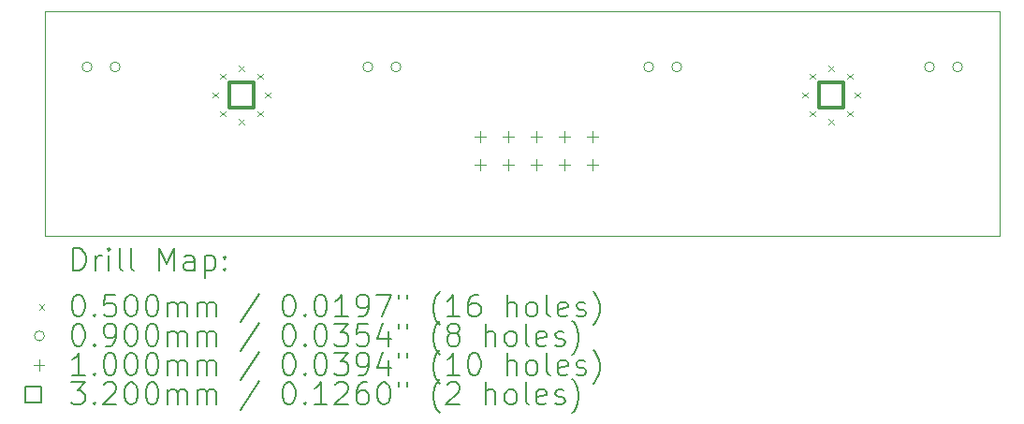
<source format=gbr>
%TF.GenerationSoftware,KiCad,Pcbnew,7.0.6*%
%TF.CreationDate,2023-11-23T12:57:32+01:00*%
%TF.ProjectId,ledpanel,6c656470-616e-4656-9c2e-6b696361645f,1*%
%TF.SameCoordinates,Original*%
%TF.FileFunction,Drillmap*%
%TF.FilePolarity,Positive*%
%FSLAX45Y45*%
G04 Gerber Fmt 4.5, Leading zero omitted, Abs format (unit mm)*
G04 Created by KiCad (PCBNEW 7.0.6) date 2023-11-23 12:57:32*
%MOMM*%
%LPD*%
G01*
G04 APERTURE LIST*
%ADD10C,0.100000*%
%ADD11C,0.200000*%
%ADD12C,0.050000*%
%ADD13C,0.090000*%
%ADD14C,0.320000*%
G04 APERTURE END LIST*
D10*
X10160000Y-9398000D02*
X18796000Y-9398000D01*
X18796000Y-11430000D01*
X10160000Y-11430000D01*
X10160000Y-9398000D01*
D11*
D12*
X11673000Y-10135000D02*
X11723000Y-10185000D01*
X11723000Y-10135000D02*
X11673000Y-10185000D01*
X11743294Y-9965294D02*
X11793294Y-10015294D01*
X11793294Y-9965294D02*
X11743294Y-10015294D01*
X11743294Y-10304706D02*
X11793294Y-10354706D01*
X11793294Y-10304706D02*
X11743294Y-10354706D01*
X11913000Y-9895000D02*
X11963000Y-9945000D01*
X11963000Y-9895000D02*
X11913000Y-9945000D01*
X11913000Y-10375000D02*
X11963000Y-10425000D01*
X11963000Y-10375000D02*
X11913000Y-10425000D01*
X12082706Y-9965294D02*
X12132706Y-10015294D01*
X12132706Y-9965294D02*
X12082706Y-10015294D01*
X12082706Y-10304706D02*
X12132706Y-10354706D01*
X12132706Y-10304706D02*
X12082706Y-10354706D01*
X12153000Y-10135000D02*
X12203000Y-10185000D01*
X12203000Y-10135000D02*
X12153000Y-10185000D01*
X17007000Y-10135000D02*
X17057000Y-10185000D01*
X17057000Y-10135000D02*
X17007000Y-10185000D01*
X17077294Y-9965294D02*
X17127294Y-10015294D01*
X17127294Y-9965294D02*
X17077294Y-10015294D01*
X17077294Y-10304706D02*
X17127294Y-10354706D01*
X17127294Y-10304706D02*
X17077294Y-10354706D01*
X17247000Y-9895000D02*
X17297000Y-9945000D01*
X17297000Y-9895000D02*
X17247000Y-9945000D01*
X17247000Y-10375000D02*
X17297000Y-10425000D01*
X17297000Y-10375000D02*
X17247000Y-10425000D01*
X17416706Y-9965294D02*
X17466706Y-10015294D01*
X17466706Y-9965294D02*
X17416706Y-10015294D01*
X17416706Y-10304706D02*
X17466706Y-10354706D01*
X17466706Y-10304706D02*
X17416706Y-10354706D01*
X17487000Y-10135000D02*
X17537000Y-10185000D01*
X17537000Y-10135000D02*
X17487000Y-10185000D01*
D13*
X10585500Y-9906000D02*
G75*
G03*
X10585500Y-9906000I-45000J0D01*
G01*
X10839500Y-9906000D02*
G75*
G03*
X10839500Y-9906000I-45000J0D01*
G01*
X13125500Y-9906000D02*
G75*
G03*
X13125500Y-9906000I-45000J0D01*
G01*
X13379500Y-9906000D02*
G75*
G03*
X13379500Y-9906000I-45000J0D01*
G01*
X15665500Y-9906000D02*
G75*
G03*
X15665500Y-9906000I-45000J0D01*
G01*
X15919500Y-9906000D02*
G75*
G03*
X15919500Y-9906000I-45000J0D01*
G01*
X18205500Y-9906000D02*
G75*
G03*
X18205500Y-9906000I-45000J0D01*
G01*
X18459500Y-9906000D02*
G75*
G03*
X18459500Y-9906000I-45000J0D01*
G01*
D10*
X14094000Y-10489000D02*
X14094000Y-10589000D01*
X14044000Y-10539000D02*
X14144000Y-10539000D01*
X14094000Y-10743000D02*
X14094000Y-10843000D01*
X14044000Y-10793000D02*
X14144000Y-10793000D01*
X14348000Y-10489000D02*
X14348000Y-10589000D01*
X14298000Y-10539000D02*
X14398000Y-10539000D01*
X14348000Y-10743000D02*
X14348000Y-10843000D01*
X14298000Y-10793000D02*
X14398000Y-10793000D01*
X14602000Y-10489000D02*
X14602000Y-10589000D01*
X14552000Y-10539000D02*
X14652000Y-10539000D01*
X14602000Y-10743000D02*
X14602000Y-10843000D01*
X14552000Y-10793000D02*
X14652000Y-10793000D01*
X14856000Y-10489000D02*
X14856000Y-10589000D01*
X14806000Y-10539000D02*
X14906000Y-10539000D01*
X14856000Y-10743000D02*
X14856000Y-10843000D01*
X14806000Y-10793000D02*
X14906000Y-10793000D01*
X15110000Y-10489000D02*
X15110000Y-10589000D01*
X15060000Y-10539000D02*
X15160000Y-10539000D01*
X15110000Y-10743000D02*
X15110000Y-10843000D01*
X15060000Y-10793000D02*
X15160000Y-10793000D01*
D14*
X12051138Y-10273138D02*
X12051138Y-10046862D01*
X11824862Y-10046862D01*
X11824862Y-10273138D01*
X12051138Y-10273138D01*
X17385138Y-10273138D02*
X17385138Y-10046862D01*
X17158862Y-10046862D01*
X17158862Y-10273138D01*
X17385138Y-10273138D01*
D11*
X10415777Y-11746484D02*
X10415777Y-11546484D01*
X10415777Y-11546484D02*
X10463396Y-11546484D01*
X10463396Y-11546484D02*
X10491967Y-11556008D01*
X10491967Y-11556008D02*
X10511015Y-11575055D01*
X10511015Y-11575055D02*
X10520539Y-11594103D01*
X10520539Y-11594103D02*
X10530063Y-11632198D01*
X10530063Y-11632198D02*
X10530063Y-11660769D01*
X10530063Y-11660769D02*
X10520539Y-11698865D01*
X10520539Y-11698865D02*
X10511015Y-11717912D01*
X10511015Y-11717912D02*
X10491967Y-11736960D01*
X10491967Y-11736960D02*
X10463396Y-11746484D01*
X10463396Y-11746484D02*
X10415777Y-11746484D01*
X10615777Y-11746484D02*
X10615777Y-11613150D01*
X10615777Y-11651246D02*
X10625301Y-11632198D01*
X10625301Y-11632198D02*
X10634824Y-11622674D01*
X10634824Y-11622674D02*
X10653872Y-11613150D01*
X10653872Y-11613150D02*
X10672920Y-11613150D01*
X10739586Y-11746484D02*
X10739586Y-11613150D01*
X10739586Y-11546484D02*
X10730063Y-11556008D01*
X10730063Y-11556008D02*
X10739586Y-11565531D01*
X10739586Y-11565531D02*
X10749110Y-11556008D01*
X10749110Y-11556008D02*
X10739586Y-11546484D01*
X10739586Y-11546484D02*
X10739586Y-11565531D01*
X10863396Y-11746484D02*
X10844348Y-11736960D01*
X10844348Y-11736960D02*
X10834824Y-11717912D01*
X10834824Y-11717912D02*
X10834824Y-11546484D01*
X10968158Y-11746484D02*
X10949110Y-11736960D01*
X10949110Y-11736960D02*
X10939586Y-11717912D01*
X10939586Y-11717912D02*
X10939586Y-11546484D01*
X11196729Y-11746484D02*
X11196729Y-11546484D01*
X11196729Y-11546484D02*
X11263396Y-11689341D01*
X11263396Y-11689341D02*
X11330062Y-11546484D01*
X11330062Y-11546484D02*
X11330062Y-11746484D01*
X11511015Y-11746484D02*
X11511015Y-11641722D01*
X11511015Y-11641722D02*
X11501491Y-11622674D01*
X11501491Y-11622674D02*
X11482443Y-11613150D01*
X11482443Y-11613150D02*
X11444348Y-11613150D01*
X11444348Y-11613150D02*
X11425301Y-11622674D01*
X11511015Y-11736960D02*
X11491967Y-11746484D01*
X11491967Y-11746484D02*
X11444348Y-11746484D01*
X11444348Y-11746484D02*
X11425301Y-11736960D01*
X11425301Y-11736960D02*
X11415777Y-11717912D01*
X11415777Y-11717912D02*
X11415777Y-11698865D01*
X11415777Y-11698865D02*
X11425301Y-11679817D01*
X11425301Y-11679817D02*
X11444348Y-11670293D01*
X11444348Y-11670293D02*
X11491967Y-11670293D01*
X11491967Y-11670293D02*
X11511015Y-11660769D01*
X11606253Y-11613150D02*
X11606253Y-11813150D01*
X11606253Y-11622674D02*
X11625301Y-11613150D01*
X11625301Y-11613150D02*
X11663396Y-11613150D01*
X11663396Y-11613150D02*
X11682443Y-11622674D01*
X11682443Y-11622674D02*
X11691967Y-11632198D01*
X11691967Y-11632198D02*
X11701491Y-11651246D01*
X11701491Y-11651246D02*
X11701491Y-11708388D01*
X11701491Y-11708388D02*
X11691967Y-11727436D01*
X11691967Y-11727436D02*
X11682443Y-11736960D01*
X11682443Y-11736960D02*
X11663396Y-11746484D01*
X11663396Y-11746484D02*
X11625301Y-11746484D01*
X11625301Y-11746484D02*
X11606253Y-11736960D01*
X11787205Y-11727436D02*
X11796729Y-11736960D01*
X11796729Y-11736960D02*
X11787205Y-11746484D01*
X11787205Y-11746484D02*
X11777682Y-11736960D01*
X11777682Y-11736960D02*
X11787205Y-11727436D01*
X11787205Y-11727436D02*
X11787205Y-11746484D01*
X11787205Y-11622674D02*
X11796729Y-11632198D01*
X11796729Y-11632198D02*
X11787205Y-11641722D01*
X11787205Y-11641722D02*
X11777682Y-11632198D01*
X11777682Y-11632198D02*
X11787205Y-11622674D01*
X11787205Y-11622674D02*
X11787205Y-11641722D01*
D12*
X10105000Y-12050000D02*
X10155000Y-12100000D01*
X10155000Y-12050000D02*
X10105000Y-12100000D01*
D11*
X10453872Y-11966484D02*
X10472920Y-11966484D01*
X10472920Y-11966484D02*
X10491967Y-11976008D01*
X10491967Y-11976008D02*
X10501491Y-11985531D01*
X10501491Y-11985531D02*
X10511015Y-12004579D01*
X10511015Y-12004579D02*
X10520539Y-12042674D01*
X10520539Y-12042674D02*
X10520539Y-12090293D01*
X10520539Y-12090293D02*
X10511015Y-12128388D01*
X10511015Y-12128388D02*
X10501491Y-12147436D01*
X10501491Y-12147436D02*
X10491967Y-12156960D01*
X10491967Y-12156960D02*
X10472920Y-12166484D01*
X10472920Y-12166484D02*
X10453872Y-12166484D01*
X10453872Y-12166484D02*
X10434824Y-12156960D01*
X10434824Y-12156960D02*
X10425301Y-12147436D01*
X10425301Y-12147436D02*
X10415777Y-12128388D01*
X10415777Y-12128388D02*
X10406253Y-12090293D01*
X10406253Y-12090293D02*
X10406253Y-12042674D01*
X10406253Y-12042674D02*
X10415777Y-12004579D01*
X10415777Y-12004579D02*
X10425301Y-11985531D01*
X10425301Y-11985531D02*
X10434824Y-11976008D01*
X10434824Y-11976008D02*
X10453872Y-11966484D01*
X10606253Y-12147436D02*
X10615777Y-12156960D01*
X10615777Y-12156960D02*
X10606253Y-12166484D01*
X10606253Y-12166484D02*
X10596729Y-12156960D01*
X10596729Y-12156960D02*
X10606253Y-12147436D01*
X10606253Y-12147436D02*
X10606253Y-12166484D01*
X10796729Y-11966484D02*
X10701491Y-11966484D01*
X10701491Y-11966484D02*
X10691967Y-12061722D01*
X10691967Y-12061722D02*
X10701491Y-12052198D01*
X10701491Y-12052198D02*
X10720539Y-12042674D01*
X10720539Y-12042674D02*
X10768158Y-12042674D01*
X10768158Y-12042674D02*
X10787205Y-12052198D01*
X10787205Y-12052198D02*
X10796729Y-12061722D01*
X10796729Y-12061722D02*
X10806253Y-12080769D01*
X10806253Y-12080769D02*
X10806253Y-12128388D01*
X10806253Y-12128388D02*
X10796729Y-12147436D01*
X10796729Y-12147436D02*
X10787205Y-12156960D01*
X10787205Y-12156960D02*
X10768158Y-12166484D01*
X10768158Y-12166484D02*
X10720539Y-12166484D01*
X10720539Y-12166484D02*
X10701491Y-12156960D01*
X10701491Y-12156960D02*
X10691967Y-12147436D01*
X10930063Y-11966484D02*
X10949110Y-11966484D01*
X10949110Y-11966484D02*
X10968158Y-11976008D01*
X10968158Y-11976008D02*
X10977682Y-11985531D01*
X10977682Y-11985531D02*
X10987205Y-12004579D01*
X10987205Y-12004579D02*
X10996729Y-12042674D01*
X10996729Y-12042674D02*
X10996729Y-12090293D01*
X10996729Y-12090293D02*
X10987205Y-12128388D01*
X10987205Y-12128388D02*
X10977682Y-12147436D01*
X10977682Y-12147436D02*
X10968158Y-12156960D01*
X10968158Y-12156960D02*
X10949110Y-12166484D01*
X10949110Y-12166484D02*
X10930063Y-12166484D01*
X10930063Y-12166484D02*
X10911015Y-12156960D01*
X10911015Y-12156960D02*
X10901491Y-12147436D01*
X10901491Y-12147436D02*
X10891967Y-12128388D01*
X10891967Y-12128388D02*
X10882444Y-12090293D01*
X10882444Y-12090293D02*
X10882444Y-12042674D01*
X10882444Y-12042674D02*
X10891967Y-12004579D01*
X10891967Y-12004579D02*
X10901491Y-11985531D01*
X10901491Y-11985531D02*
X10911015Y-11976008D01*
X10911015Y-11976008D02*
X10930063Y-11966484D01*
X11120539Y-11966484D02*
X11139586Y-11966484D01*
X11139586Y-11966484D02*
X11158634Y-11976008D01*
X11158634Y-11976008D02*
X11168158Y-11985531D01*
X11168158Y-11985531D02*
X11177682Y-12004579D01*
X11177682Y-12004579D02*
X11187205Y-12042674D01*
X11187205Y-12042674D02*
X11187205Y-12090293D01*
X11187205Y-12090293D02*
X11177682Y-12128388D01*
X11177682Y-12128388D02*
X11168158Y-12147436D01*
X11168158Y-12147436D02*
X11158634Y-12156960D01*
X11158634Y-12156960D02*
X11139586Y-12166484D01*
X11139586Y-12166484D02*
X11120539Y-12166484D01*
X11120539Y-12166484D02*
X11101491Y-12156960D01*
X11101491Y-12156960D02*
X11091967Y-12147436D01*
X11091967Y-12147436D02*
X11082444Y-12128388D01*
X11082444Y-12128388D02*
X11072920Y-12090293D01*
X11072920Y-12090293D02*
X11072920Y-12042674D01*
X11072920Y-12042674D02*
X11082444Y-12004579D01*
X11082444Y-12004579D02*
X11091967Y-11985531D01*
X11091967Y-11985531D02*
X11101491Y-11976008D01*
X11101491Y-11976008D02*
X11120539Y-11966484D01*
X11272920Y-12166484D02*
X11272920Y-12033150D01*
X11272920Y-12052198D02*
X11282443Y-12042674D01*
X11282443Y-12042674D02*
X11301491Y-12033150D01*
X11301491Y-12033150D02*
X11330063Y-12033150D01*
X11330063Y-12033150D02*
X11349110Y-12042674D01*
X11349110Y-12042674D02*
X11358634Y-12061722D01*
X11358634Y-12061722D02*
X11358634Y-12166484D01*
X11358634Y-12061722D02*
X11368158Y-12042674D01*
X11368158Y-12042674D02*
X11387205Y-12033150D01*
X11387205Y-12033150D02*
X11415777Y-12033150D01*
X11415777Y-12033150D02*
X11434824Y-12042674D01*
X11434824Y-12042674D02*
X11444348Y-12061722D01*
X11444348Y-12061722D02*
X11444348Y-12166484D01*
X11539586Y-12166484D02*
X11539586Y-12033150D01*
X11539586Y-12052198D02*
X11549110Y-12042674D01*
X11549110Y-12042674D02*
X11568158Y-12033150D01*
X11568158Y-12033150D02*
X11596729Y-12033150D01*
X11596729Y-12033150D02*
X11615777Y-12042674D01*
X11615777Y-12042674D02*
X11625301Y-12061722D01*
X11625301Y-12061722D02*
X11625301Y-12166484D01*
X11625301Y-12061722D02*
X11634824Y-12042674D01*
X11634824Y-12042674D02*
X11653872Y-12033150D01*
X11653872Y-12033150D02*
X11682443Y-12033150D01*
X11682443Y-12033150D02*
X11701491Y-12042674D01*
X11701491Y-12042674D02*
X11711015Y-12061722D01*
X11711015Y-12061722D02*
X11711015Y-12166484D01*
X12101491Y-11956960D02*
X11930063Y-12214103D01*
X12358634Y-11966484D02*
X12377682Y-11966484D01*
X12377682Y-11966484D02*
X12396729Y-11976008D01*
X12396729Y-11976008D02*
X12406253Y-11985531D01*
X12406253Y-11985531D02*
X12415777Y-12004579D01*
X12415777Y-12004579D02*
X12425301Y-12042674D01*
X12425301Y-12042674D02*
X12425301Y-12090293D01*
X12425301Y-12090293D02*
X12415777Y-12128388D01*
X12415777Y-12128388D02*
X12406253Y-12147436D01*
X12406253Y-12147436D02*
X12396729Y-12156960D01*
X12396729Y-12156960D02*
X12377682Y-12166484D01*
X12377682Y-12166484D02*
X12358634Y-12166484D01*
X12358634Y-12166484D02*
X12339586Y-12156960D01*
X12339586Y-12156960D02*
X12330063Y-12147436D01*
X12330063Y-12147436D02*
X12320539Y-12128388D01*
X12320539Y-12128388D02*
X12311015Y-12090293D01*
X12311015Y-12090293D02*
X12311015Y-12042674D01*
X12311015Y-12042674D02*
X12320539Y-12004579D01*
X12320539Y-12004579D02*
X12330063Y-11985531D01*
X12330063Y-11985531D02*
X12339586Y-11976008D01*
X12339586Y-11976008D02*
X12358634Y-11966484D01*
X12511015Y-12147436D02*
X12520539Y-12156960D01*
X12520539Y-12156960D02*
X12511015Y-12166484D01*
X12511015Y-12166484D02*
X12501491Y-12156960D01*
X12501491Y-12156960D02*
X12511015Y-12147436D01*
X12511015Y-12147436D02*
X12511015Y-12166484D01*
X12644348Y-11966484D02*
X12663396Y-11966484D01*
X12663396Y-11966484D02*
X12682444Y-11976008D01*
X12682444Y-11976008D02*
X12691967Y-11985531D01*
X12691967Y-11985531D02*
X12701491Y-12004579D01*
X12701491Y-12004579D02*
X12711015Y-12042674D01*
X12711015Y-12042674D02*
X12711015Y-12090293D01*
X12711015Y-12090293D02*
X12701491Y-12128388D01*
X12701491Y-12128388D02*
X12691967Y-12147436D01*
X12691967Y-12147436D02*
X12682444Y-12156960D01*
X12682444Y-12156960D02*
X12663396Y-12166484D01*
X12663396Y-12166484D02*
X12644348Y-12166484D01*
X12644348Y-12166484D02*
X12625301Y-12156960D01*
X12625301Y-12156960D02*
X12615777Y-12147436D01*
X12615777Y-12147436D02*
X12606253Y-12128388D01*
X12606253Y-12128388D02*
X12596729Y-12090293D01*
X12596729Y-12090293D02*
X12596729Y-12042674D01*
X12596729Y-12042674D02*
X12606253Y-12004579D01*
X12606253Y-12004579D02*
X12615777Y-11985531D01*
X12615777Y-11985531D02*
X12625301Y-11976008D01*
X12625301Y-11976008D02*
X12644348Y-11966484D01*
X12901491Y-12166484D02*
X12787206Y-12166484D01*
X12844348Y-12166484D02*
X12844348Y-11966484D01*
X12844348Y-11966484D02*
X12825301Y-11995055D01*
X12825301Y-11995055D02*
X12806253Y-12014103D01*
X12806253Y-12014103D02*
X12787206Y-12023627D01*
X12996729Y-12166484D02*
X13034825Y-12166484D01*
X13034825Y-12166484D02*
X13053872Y-12156960D01*
X13053872Y-12156960D02*
X13063396Y-12147436D01*
X13063396Y-12147436D02*
X13082444Y-12118865D01*
X13082444Y-12118865D02*
X13091967Y-12080769D01*
X13091967Y-12080769D02*
X13091967Y-12004579D01*
X13091967Y-12004579D02*
X13082444Y-11985531D01*
X13082444Y-11985531D02*
X13072920Y-11976008D01*
X13072920Y-11976008D02*
X13053872Y-11966484D01*
X13053872Y-11966484D02*
X13015777Y-11966484D01*
X13015777Y-11966484D02*
X12996729Y-11976008D01*
X12996729Y-11976008D02*
X12987206Y-11985531D01*
X12987206Y-11985531D02*
X12977682Y-12004579D01*
X12977682Y-12004579D02*
X12977682Y-12052198D01*
X12977682Y-12052198D02*
X12987206Y-12071246D01*
X12987206Y-12071246D02*
X12996729Y-12080769D01*
X12996729Y-12080769D02*
X13015777Y-12090293D01*
X13015777Y-12090293D02*
X13053872Y-12090293D01*
X13053872Y-12090293D02*
X13072920Y-12080769D01*
X13072920Y-12080769D02*
X13082444Y-12071246D01*
X13082444Y-12071246D02*
X13091967Y-12052198D01*
X13158634Y-11966484D02*
X13291967Y-11966484D01*
X13291967Y-11966484D02*
X13206253Y-12166484D01*
X13358634Y-11966484D02*
X13358634Y-12004579D01*
X13434825Y-11966484D02*
X13434825Y-12004579D01*
X13730063Y-12242674D02*
X13720539Y-12233150D01*
X13720539Y-12233150D02*
X13701491Y-12204579D01*
X13701491Y-12204579D02*
X13691968Y-12185531D01*
X13691968Y-12185531D02*
X13682444Y-12156960D01*
X13682444Y-12156960D02*
X13672920Y-12109341D01*
X13672920Y-12109341D02*
X13672920Y-12071246D01*
X13672920Y-12071246D02*
X13682444Y-12023627D01*
X13682444Y-12023627D02*
X13691968Y-11995055D01*
X13691968Y-11995055D02*
X13701491Y-11976008D01*
X13701491Y-11976008D02*
X13720539Y-11947436D01*
X13720539Y-11947436D02*
X13730063Y-11937912D01*
X13911015Y-12166484D02*
X13796729Y-12166484D01*
X13853872Y-12166484D02*
X13853872Y-11966484D01*
X13853872Y-11966484D02*
X13834825Y-11995055D01*
X13834825Y-11995055D02*
X13815777Y-12014103D01*
X13815777Y-12014103D02*
X13796729Y-12023627D01*
X14082444Y-11966484D02*
X14044348Y-11966484D01*
X14044348Y-11966484D02*
X14025301Y-11976008D01*
X14025301Y-11976008D02*
X14015777Y-11985531D01*
X14015777Y-11985531D02*
X13996729Y-12014103D01*
X13996729Y-12014103D02*
X13987206Y-12052198D01*
X13987206Y-12052198D02*
X13987206Y-12128388D01*
X13987206Y-12128388D02*
X13996729Y-12147436D01*
X13996729Y-12147436D02*
X14006253Y-12156960D01*
X14006253Y-12156960D02*
X14025301Y-12166484D01*
X14025301Y-12166484D02*
X14063396Y-12166484D01*
X14063396Y-12166484D02*
X14082444Y-12156960D01*
X14082444Y-12156960D02*
X14091968Y-12147436D01*
X14091968Y-12147436D02*
X14101491Y-12128388D01*
X14101491Y-12128388D02*
X14101491Y-12080769D01*
X14101491Y-12080769D02*
X14091968Y-12061722D01*
X14091968Y-12061722D02*
X14082444Y-12052198D01*
X14082444Y-12052198D02*
X14063396Y-12042674D01*
X14063396Y-12042674D02*
X14025301Y-12042674D01*
X14025301Y-12042674D02*
X14006253Y-12052198D01*
X14006253Y-12052198D02*
X13996729Y-12061722D01*
X13996729Y-12061722D02*
X13987206Y-12080769D01*
X14339587Y-12166484D02*
X14339587Y-11966484D01*
X14425301Y-12166484D02*
X14425301Y-12061722D01*
X14425301Y-12061722D02*
X14415777Y-12042674D01*
X14415777Y-12042674D02*
X14396730Y-12033150D01*
X14396730Y-12033150D02*
X14368158Y-12033150D01*
X14368158Y-12033150D02*
X14349110Y-12042674D01*
X14349110Y-12042674D02*
X14339587Y-12052198D01*
X14549110Y-12166484D02*
X14530063Y-12156960D01*
X14530063Y-12156960D02*
X14520539Y-12147436D01*
X14520539Y-12147436D02*
X14511015Y-12128388D01*
X14511015Y-12128388D02*
X14511015Y-12071246D01*
X14511015Y-12071246D02*
X14520539Y-12052198D01*
X14520539Y-12052198D02*
X14530063Y-12042674D01*
X14530063Y-12042674D02*
X14549110Y-12033150D01*
X14549110Y-12033150D02*
X14577682Y-12033150D01*
X14577682Y-12033150D02*
X14596730Y-12042674D01*
X14596730Y-12042674D02*
X14606253Y-12052198D01*
X14606253Y-12052198D02*
X14615777Y-12071246D01*
X14615777Y-12071246D02*
X14615777Y-12128388D01*
X14615777Y-12128388D02*
X14606253Y-12147436D01*
X14606253Y-12147436D02*
X14596730Y-12156960D01*
X14596730Y-12156960D02*
X14577682Y-12166484D01*
X14577682Y-12166484D02*
X14549110Y-12166484D01*
X14730063Y-12166484D02*
X14711015Y-12156960D01*
X14711015Y-12156960D02*
X14701491Y-12137912D01*
X14701491Y-12137912D02*
X14701491Y-11966484D01*
X14882444Y-12156960D02*
X14863396Y-12166484D01*
X14863396Y-12166484D02*
X14825301Y-12166484D01*
X14825301Y-12166484D02*
X14806253Y-12156960D01*
X14806253Y-12156960D02*
X14796730Y-12137912D01*
X14796730Y-12137912D02*
X14796730Y-12061722D01*
X14796730Y-12061722D02*
X14806253Y-12042674D01*
X14806253Y-12042674D02*
X14825301Y-12033150D01*
X14825301Y-12033150D02*
X14863396Y-12033150D01*
X14863396Y-12033150D02*
X14882444Y-12042674D01*
X14882444Y-12042674D02*
X14891968Y-12061722D01*
X14891968Y-12061722D02*
X14891968Y-12080769D01*
X14891968Y-12080769D02*
X14796730Y-12099817D01*
X14968158Y-12156960D02*
X14987206Y-12166484D01*
X14987206Y-12166484D02*
X15025301Y-12166484D01*
X15025301Y-12166484D02*
X15044349Y-12156960D01*
X15044349Y-12156960D02*
X15053872Y-12137912D01*
X15053872Y-12137912D02*
X15053872Y-12128388D01*
X15053872Y-12128388D02*
X15044349Y-12109341D01*
X15044349Y-12109341D02*
X15025301Y-12099817D01*
X15025301Y-12099817D02*
X14996730Y-12099817D01*
X14996730Y-12099817D02*
X14977682Y-12090293D01*
X14977682Y-12090293D02*
X14968158Y-12071246D01*
X14968158Y-12071246D02*
X14968158Y-12061722D01*
X14968158Y-12061722D02*
X14977682Y-12042674D01*
X14977682Y-12042674D02*
X14996730Y-12033150D01*
X14996730Y-12033150D02*
X15025301Y-12033150D01*
X15025301Y-12033150D02*
X15044349Y-12042674D01*
X15120539Y-12242674D02*
X15130063Y-12233150D01*
X15130063Y-12233150D02*
X15149111Y-12204579D01*
X15149111Y-12204579D02*
X15158634Y-12185531D01*
X15158634Y-12185531D02*
X15168158Y-12156960D01*
X15168158Y-12156960D02*
X15177682Y-12109341D01*
X15177682Y-12109341D02*
X15177682Y-12071246D01*
X15177682Y-12071246D02*
X15168158Y-12023627D01*
X15168158Y-12023627D02*
X15158634Y-11995055D01*
X15158634Y-11995055D02*
X15149111Y-11976008D01*
X15149111Y-11976008D02*
X15130063Y-11947436D01*
X15130063Y-11947436D02*
X15120539Y-11937912D01*
D13*
X10155000Y-12339000D02*
G75*
G03*
X10155000Y-12339000I-45000J0D01*
G01*
D11*
X10453872Y-12230484D02*
X10472920Y-12230484D01*
X10472920Y-12230484D02*
X10491967Y-12240008D01*
X10491967Y-12240008D02*
X10501491Y-12249531D01*
X10501491Y-12249531D02*
X10511015Y-12268579D01*
X10511015Y-12268579D02*
X10520539Y-12306674D01*
X10520539Y-12306674D02*
X10520539Y-12354293D01*
X10520539Y-12354293D02*
X10511015Y-12392388D01*
X10511015Y-12392388D02*
X10501491Y-12411436D01*
X10501491Y-12411436D02*
X10491967Y-12420960D01*
X10491967Y-12420960D02*
X10472920Y-12430484D01*
X10472920Y-12430484D02*
X10453872Y-12430484D01*
X10453872Y-12430484D02*
X10434824Y-12420960D01*
X10434824Y-12420960D02*
X10425301Y-12411436D01*
X10425301Y-12411436D02*
X10415777Y-12392388D01*
X10415777Y-12392388D02*
X10406253Y-12354293D01*
X10406253Y-12354293D02*
X10406253Y-12306674D01*
X10406253Y-12306674D02*
X10415777Y-12268579D01*
X10415777Y-12268579D02*
X10425301Y-12249531D01*
X10425301Y-12249531D02*
X10434824Y-12240008D01*
X10434824Y-12240008D02*
X10453872Y-12230484D01*
X10606253Y-12411436D02*
X10615777Y-12420960D01*
X10615777Y-12420960D02*
X10606253Y-12430484D01*
X10606253Y-12430484D02*
X10596729Y-12420960D01*
X10596729Y-12420960D02*
X10606253Y-12411436D01*
X10606253Y-12411436D02*
X10606253Y-12430484D01*
X10711015Y-12430484D02*
X10749110Y-12430484D01*
X10749110Y-12430484D02*
X10768158Y-12420960D01*
X10768158Y-12420960D02*
X10777682Y-12411436D01*
X10777682Y-12411436D02*
X10796729Y-12382865D01*
X10796729Y-12382865D02*
X10806253Y-12344769D01*
X10806253Y-12344769D02*
X10806253Y-12268579D01*
X10806253Y-12268579D02*
X10796729Y-12249531D01*
X10796729Y-12249531D02*
X10787205Y-12240008D01*
X10787205Y-12240008D02*
X10768158Y-12230484D01*
X10768158Y-12230484D02*
X10730063Y-12230484D01*
X10730063Y-12230484D02*
X10711015Y-12240008D01*
X10711015Y-12240008D02*
X10701491Y-12249531D01*
X10701491Y-12249531D02*
X10691967Y-12268579D01*
X10691967Y-12268579D02*
X10691967Y-12316198D01*
X10691967Y-12316198D02*
X10701491Y-12335246D01*
X10701491Y-12335246D02*
X10711015Y-12344769D01*
X10711015Y-12344769D02*
X10730063Y-12354293D01*
X10730063Y-12354293D02*
X10768158Y-12354293D01*
X10768158Y-12354293D02*
X10787205Y-12344769D01*
X10787205Y-12344769D02*
X10796729Y-12335246D01*
X10796729Y-12335246D02*
X10806253Y-12316198D01*
X10930063Y-12230484D02*
X10949110Y-12230484D01*
X10949110Y-12230484D02*
X10968158Y-12240008D01*
X10968158Y-12240008D02*
X10977682Y-12249531D01*
X10977682Y-12249531D02*
X10987205Y-12268579D01*
X10987205Y-12268579D02*
X10996729Y-12306674D01*
X10996729Y-12306674D02*
X10996729Y-12354293D01*
X10996729Y-12354293D02*
X10987205Y-12392388D01*
X10987205Y-12392388D02*
X10977682Y-12411436D01*
X10977682Y-12411436D02*
X10968158Y-12420960D01*
X10968158Y-12420960D02*
X10949110Y-12430484D01*
X10949110Y-12430484D02*
X10930063Y-12430484D01*
X10930063Y-12430484D02*
X10911015Y-12420960D01*
X10911015Y-12420960D02*
X10901491Y-12411436D01*
X10901491Y-12411436D02*
X10891967Y-12392388D01*
X10891967Y-12392388D02*
X10882444Y-12354293D01*
X10882444Y-12354293D02*
X10882444Y-12306674D01*
X10882444Y-12306674D02*
X10891967Y-12268579D01*
X10891967Y-12268579D02*
X10901491Y-12249531D01*
X10901491Y-12249531D02*
X10911015Y-12240008D01*
X10911015Y-12240008D02*
X10930063Y-12230484D01*
X11120539Y-12230484D02*
X11139586Y-12230484D01*
X11139586Y-12230484D02*
X11158634Y-12240008D01*
X11158634Y-12240008D02*
X11168158Y-12249531D01*
X11168158Y-12249531D02*
X11177682Y-12268579D01*
X11177682Y-12268579D02*
X11187205Y-12306674D01*
X11187205Y-12306674D02*
X11187205Y-12354293D01*
X11187205Y-12354293D02*
X11177682Y-12392388D01*
X11177682Y-12392388D02*
X11168158Y-12411436D01*
X11168158Y-12411436D02*
X11158634Y-12420960D01*
X11158634Y-12420960D02*
X11139586Y-12430484D01*
X11139586Y-12430484D02*
X11120539Y-12430484D01*
X11120539Y-12430484D02*
X11101491Y-12420960D01*
X11101491Y-12420960D02*
X11091967Y-12411436D01*
X11091967Y-12411436D02*
X11082444Y-12392388D01*
X11082444Y-12392388D02*
X11072920Y-12354293D01*
X11072920Y-12354293D02*
X11072920Y-12306674D01*
X11072920Y-12306674D02*
X11082444Y-12268579D01*
X11082444Y-12268579D02*
X11091967Y-12249531D01*
X11091967Y-12249531D02*
X11101491Y-12240008D01*
X11101491Y-12240008D02*
X11120539Y-12230484D01*
X11272920Y-12430484D02*
X11272920Y-12297150D01*
X11272920Y-12316198D02*
X11282443Y-12306674D01*
X11282443Y-12306674D02*
X11301491Y-12297150D01*
X11301491Y-12297150D02*
X11330063Y-12297150D01*
X11330063Y-12297150D02*
X11349110Y-12306674D01*
X11349110Y-12306674D02*
X11358634Y-12325722D01*
X11358634Y-12325722D02*
X11358634Y-12430484D01*
X11358634Y-12325722D02*
X11368158Y-12306674D01*
X11368158Y-12306674D02*
X11387205Y-12297150D01*
X11387205Y-12297150D02*
X11415777Y-12297150D01*
X11415777Y-12297150D02*
X11434824Y-12306674D01*
X11434824Y-12306674D02*
X11444348Y-12325722D01*
X11444348Y-12325722D02*
X11444348Y-12430484D01*
X11539586Y-12430484D02*
X11539586Y-12297150D01*
X11539586Y-12316198D02*
X11549110Y-12306674D01*
X11549110Y-12306674D02*
X11568158Y-12297150D01*
X11568158Y-12297150D02*
X11596729Y-12297150D01*
X11596729Y-12297150D02*
X11615777Y-12306674D01*
X11615777Y-12306674D02*
X11625301Y-12325722D01*
X11625301Y-12325722D02*
X11625301Y-12430484D01*
X11625301Y-12325722D02*
X11634824Y-12306674D01*
X11634824Y-12306674D02*
X11653872Y-12297150D01*
X11653872Y-12297150D02*
X11682443Y-12297150D01*
X11682443Y-12297150D02*
X11701491Y-12306674D01*
X11701491Y-12306674D02*
X11711015Y-12325722D01*
X11711015Y-12325722D02*
X11711015Y-12430484D01*
X12101491Y-12220960D02*
X11930063Y-12478103D01*
X12358634Y-12230484D02*
X12377682Y-12230484D01*
X12377682Y-12230484D02*
X12396729Y-12240008D01*
X12396729Y-12240008D02*
X12406253Y-12249531D01*
X12406253Y-12249531D02*
X12415777Y-12268579D01*
X12415777Y-12268579D02*
X12425301Y-12306674D01*
X12425301Y-12306674D02*
X12425301Y-12354293D01*
X12425301Y-12354293D02*
X12415777Y-12392388D01*
X12415777Y-12392388D02*
X12406253Y-12411436D01*
X12406253Y-12411436D02*
X12396729Y-12420960D01*
X12396729Y-12420960D02*
X12377682Y-12430484D01*
X12377682Y-12430484D02*
X12358634Y-12430484D01*
X12358634Y-12430484D02*
X12339586Y-12420960D01*
X12339586Y-12420960D02*
X12330063Y-12411436D01*
X12330063Y-12411436D02*
X12320539Y-12392388D01*
X12320539Y-12392388D02*
X12311015Y-12354293D01*
X12311015Y-12354293D02*
X12311015Y-12306674D01*
X12311015Y-12306674D02*
X12320539Y-12268579D01*
X12320539Y-12268579D02*
X12330063Y-12249531D01*
X12330063Y-12249531D02*
X12339586Y-12240008D01*
X12339586Y-12240008D02*
X12358634Y-12230484D01*
X12511015Y-12411436D02*
X12520539Y-12420960D01*
X12520539Y-12420960D02*
X12511015Y-12430484D01*
X12511015Y-12430484D02*
X12501491Y-12420960D01*
X12501491Y-12420960D02*
X12511015Y-12411436D01*
X12511015Y-12411436D02*
X12511015Y-12430484D01*
X12644348Y-12230484D02*
X12663396Y-12230484D01*
X12663396Y-12230484D02*
X12682444Y-12240008D01*
X12682444Y-12240008D02*
X12691967Y-12249531D01*
X12691967Y-12249531D02*
X12701491Y-12268579D01*
X12701491Y-12268579D02*
X12711015Y-12306674D01*
X12711015Y-12306674D02*
X12711015Y-12354293D01*
X12711015Y-12354293D02*
X12701491Y-12392388D01*
X12701491Y-12392388D02*
X12691967Y-12411436D01*
X12691967Y-12411436D02*
X12682444Y-12420960D01*
X12682444Y-12420960D02*
X12663396Y-12430484D01*
X12663396Y-12430484D02*
X12644348Y-12430484D01*
X12644348Y-12430484D02*
X12625301Y-12420960D01*
X12625301Y-12420960D02*
X12615777Y-12411436D01*
X12615777Y-12411436D02*
X12606253Y-12392388D01*
X12606253Y-12392388D02*
X12596729Y-12354293D01*
X12596729Y-12354293D02*
X12596729Y-12306674D01*
X12596729Y-12306674D02*
X12606253Y-12268579D01*
X12606253Y-12268579D02*
X12615777Y-12249531D01*
X12615777Y-12249531D02*
X12625301Y-12240008D01*
X12625301Y-12240008D02*
X12644348Y-12230484D01*
X12777682Y-12230484D02*
X12901491Y-12230484D01*
X12901491Y-12230484D02*
X12834825Y-12306674D01*
X12834825Y-12306674D02*
X12863396Y-12306674D01*
X12863396Y-12306674D02*
X12882444Y-12316198D01*
X12882444Y-12316198D02*
X12891967Y-12325722D01*
X12891967Y-12325722D02*
X12901491Y-12344769D01*
X12901491Y-12344769D02*
X12901491Y-12392388D01*
X12901491Y-12392388D02*
X12891967Y-12411436D01*
X12891967Y-12411436D02*
X12882444Y-12420960D01*
X12882444Y-12420960D02*
X12863396Y-12430484D01*
X12863396Y-12430484D02*
X12806253Y-12430484D01*
X12806253Y-12430484D02*
X12787206Y-12420960D01*
X12787206Y-12420960D02*
X12777682Y-12411436D01*
X13082444Y-12230484D02*
X12987206Y-12230484D01*
X12987206Y-12230484D02*
X12977682Y-12325722D01*
X12977682Y-12325722D02*
X12987206Y-12316198D01*
X12987206Y-12316198D02*
X13006253Y-12306674D01*
X13006253Y-12306674D02*
X13053872Y-12306674D01*
X13053872Y-12306674D02*
X13072920Y-12316198D01*
X13072920Y-12316198D02*
X13082444Y-12325722D01*
X13082444Y-12325722D02*
X13091967Y-12344769D01*
X13091967Y-12344769D02*
X13091967Y-12392388D01*
X13091967Y-12392388D02*
X13082444Y-12411436D01*
X13082444Y-12411436D02*
X13072920Y-12420960D01*
X13072920Y-12420960D02*
X13053872Y-12430484D01*
X13053872Y-12430484D02*
X13006253Y-12430484D01*
X13006253Y-12430484D02*
X12987206Y-12420960D01*
X12987206Y-12420960D02*
X12977682Y-12411436D01*
X13263396Y-12297150D02*
X13263396Y-12430484D01*
X13215777Y-12220960D02*
X13168158Y-12363817D01*
X13168158Y-12363817D02*
X13291967Y-12363817D01*
X13358634Y-12230484D02*
X13358634Y-12268579D01*
X13434825Y-12230484D02*
X13434825Y-12268579D01*
X13730063Y-12506674D02*
X13720539Y-12497150D01*
X13720539Y-12497150D02*
X13701491Y-12468579D01*
X13701491Y-12468579D02*
X13691968Y-12449531D01*
X13691968Y-12449531D02*
X13682444Y-12420960D01*
X13682444Y-12420960D02*
X13672920Y-12373341D01*
X13672920Y-12373341D02*
X13672920Y-12335246D01*
X13672920Y-12335246D02*
X13682444Y-12287627D01*
X13682444Y-12287627D02*
X13691968Y-12259055D01*
X13691968Y-12259055D02*
X13701491Y-12240008D01*
X13701491Y-12240008D02*
X13720539Y-12211436D01*
X13720539Y-12211436D02*
X13730063Y-12201912D01*
X13834825Y-12316198D02*
X13815777Y-12306674D01*
X13815777Y-12306674D02*
X13806253Y-12297150D01*
X13806253Y-12297150D02*
X13796729Y-12278103D01*
X13796729Y-12278103D02*
X13796729Y-12268579D01*
X13796729Y-12268579D02*
X13806253Y-12249531D01*
X13806253Y-12249531D02*
X13815777Y-12240008D01*
X13815777Y-12240008D02*
X13834825Y-12230484D01*
X13834825Y-12230484D02*
X13872920Y-12230484D01*
X13872920Y-12230484D02*
X13891968Y-12240008D01*
X13891968Y-12240008D02*
X13901491Y-12249531D01*
X13901491Y-12249531D02*
X13911015Y-12268579D01*
X13911015Y-12268579D02*
X13911015Y-12278103D01*
X13911015Y-12278103D02*
X13901491Y-12297150D01*
X13901491Y-12297150D02*
X13891968Y-12306674D01*
X13891968Y-12306674D02*
X13872920Y-12316198D01*
X13872920Y-12316198D02*
X13834825Y-12316198D01*
X13834825Y-12316198D02*
X13815777Y-12325722D01*
X13815777Y-12325722D02*
X13806253Y-12335246D01*
X13806253Y-12335246D02*
X13796729Y-12354293D01*
X13796729Y-12354293D02*
X13796729Y-12392388D01*
X13796729Y-12392388D02*
X13806253Y-12411436D01*
X13806253Y-12411436D02*
X13815777Y-12420960D01*
X13815777Y-12420960D02*
X13834825Y-12430484D01*
X13834825Y-12430484D02*
X13872920Y-12430484D01*
X13872920Y-12430484D02*
X13891968Y-12420960D01*
X13891968Y-12420960D02*
X13901491Y-12411436D01*
X13901491Y-12411436D02*
X13911015Y-12392388D01*
X13911015Y-12392388D02*
X13911015Y-12354293D01*
X13911015Y-12354293D02*
X13901491Y-12335246D01*
X13901491Y-12335246D02*
X13891968Y-12325722D01*
X13891968Y-12325722D02*
X13872920Y-12316198D01*
X14149110Y-12430484D02*
X14149110Y-12230484D01*
X14234825Y-12430484D02*
X14234825Y-12325722D01*
X14234825Y-12325722D02*
X14225301Y-12306674D01*
X14225301Y-12306674D02*
X14206253Y-12297150D01*
X14206253Y-12297150D02*
X14177682Y-12297150D01*
X14177682Y-12297150D02*
X14158634Y-12306674D01*
X14158634Y-12306674D02*
X14149110Y-12316198D01*
X14358634Y-12430484D02*
X14339587Y-12420960D01*
X14339587Y-12420960D02*
X14330063Y-12411436D01*
X14330063Y-12411436D02*
X14320539Y-12392388D01*
X14320539Y-12392388D02*
X14320539Y-12335246D01*
X14320539Y-12335246D02*
X14330063Y-12316198D01*
X14330063Y-12316198D02*
X14339587Y-12306674D01*
X14339587Y-12306674D02*
X14358634Y-12297150D01*
X14358634Y-12297150D02*
X14387206Y-12297150D01*
X14387206Y-12297150D02*
X14406253Y-12306674D01*
X14406253Y-12306674D02*
X14415777Y-12316198D01*
X14415777Y-12316198D02*
X14425301Y-12335246D01*
X14425301Y-12335246D02*
X14425301Y-12392388D01*
X14425301Y-12392388D02*
X14415777Y-12411436D01*
X14415777Y-12411436D02*
X14406253Y-12420960D01*
X14406253Y-12420960D02*
X14387206Y-12430484D01*
X14387206Y-12430484D02*
X14358634Y-12430484D01*
X14539587Y-12430484D02*
X14520539Y-12420960D01*
X14520539Y-12420960D02*
X14511015Y-12401912D01*
X14511015Y-12401912D02*
X14511015Y-12230484D01*
X14691968Y-12420960D02*
X14672920Y-12430484D01*
X14672920Y-12430484D02*
X14634825Y-12430484D01*
X14634825Y-12430484D02*
X14615777Y-12420960D01*
X14615777Y-12420960D02*
X14606253Y-12401912D01*
X14606253Y-12401912D02*
X14606253Y-12325722D01*
X14606253Y-12325722D02*
X14615777Y-12306674D01*
X14615777Y-12306674D02*
X14634825Y-12297150D01*
X14634825Y-12297150D02*
X14672920Y-12297150D01*
X14672920Y-12297150D02*
X14691968Y-12306674D01*
X14691968Y-12306674D02*
X14701491Y-12325722D01*
X14701491Y-12325722D02*
X14701491Y-12344769D01*
X14701491Y-12344769D02*
X14606253Y-12363817D01*
X14777682Y-12420960D02*
X14796730Y-12430484D01*
X14796730Y-12430484D02*
X14834825Y-12430484D01*
X14834825Y-12430484D02*
X14853872Y-12420960D01*
X14853872Y-12420960D02*
X14863396Y-12401912D01*
X14863396Y-12401912D02*
X14863396Y-12392388D01*
X14863396Y-12392388D02*
X14853872Y-12373341D01*
X14853872Y-12373341D02*
X14834825Y-12363817D01*
X14834825Y-12363817D02*
X14806253Y-12363817D01*
X14806253Y-12363817D02*
X14787206Y-12354293D01*
X14787206Y-12354293D02*
X14777682Y-12335246D01*
X14777682Y-12335246D02*
X14777682Y-12325722D01*
X14777682Y-12325722D02*
X14787206Y-12306674D01*
X14787206Y-12306674D02*
X14806253Y-12297150D01*
X14806253Y-12297150D02*
X14834825Y-12297150D01*
X14834825Y-12297150D02*
X14853872Y-12306674D01*
X14930063Y-12506674D02*
X14939587Y-12497150D01*
X14939587Y-12497150D02*
X14958634Y-12468579D01*
X14958634Y-12468579D02*
X14968158Y-12449531D01*
X14968158Y-12449531D02*
X14977682Y-12420960D01*
X14977682Y-12420960D02*
X14987206Y-12373341D01*
X14987206Y-12373341D02*
X14987206Y-12335246D01*
X14987206Y-12335246D02*
X14977682Y-12287627D01*
X14977682Y-12287627D02*
X14968158Y-12259055D01*
X14968158Y-12259055D02*
X14958634Y-12240008D01*
X14958634Y-12240008D02*
X14939587Y-12211436D01*
X14939587Y-12211436D02*
X14930063Y-12201912D01*
D10*
X10105000Y-12553000D02*
X10105000Y-12653000D01*
X10055000Y-12603000D02*
X10155000Y-12603000D01*
D11*
X10520539Y-12694484D02*
X10406253Y-12694484D01*
X10463396Y-12694484D02*
X10463396Y-12494484D01*
X10463396Y-12494484D02*
X10444348Y-12523055D01*
X10444348Y-12523055D02*
X10425301Y-12542103D01*
X10425301Y-12542103D02*
X10406253Y-12551627D01*
X10606253Y-12675436D02*
X10615777Y-12684960D01*
X10615777Y-12684960D02*
X10606253Y-12694484D01*
X10606253Y-12694484D02*
X10596729Y-12684960D01*
X10596729Y-12684960D02*
X10606253Y-12675436D01*
X10606253Y-12675436D02*
X10606253Y-12694484D01*
X10739586Y-12494484D02*
X10758634Y-12494484D01*
X10758634Y-12494484D02*
X10777682Y-12504008D01*
X10777682Y-12504008D02*
X10787205Y-12513531D01*
X10787205Y-12513531D02*
X10796729Y-12532579D01*
X10796729Y-12532579D02*
X10806253Y-12570674D01*
X10806253Y-12570674D02*
X10806253Y-12618293D01*
X10806253Y-12618293D02*
X10796729Y-12656388D01*
X10796729Y-12656388D02*
X10787205Y-12675436D01*
X10787205Y-12675436D02*
X10777682Y-12684960D01*
X10777682Y-12684960D02*
X10758634Y-12694484D01*
X10758634Y-12694484D02*
X10739586Y-12694484D01*
X10739586Y-12694484D02*
X10720539Y-12684960D01*
X10720539Y-12684960D02*
X10711015Y-12675436D01*
X10711015Y-12675436D02*
X10701491Y-12656388D01*
X10701491Y-12656388D02*
X10691967Y-12618293D01*
X10691967Y-12618293D02*
X10691967Y-12570674D01*
X10691967Y-12570674D02*
X10701491Y-12532579D01*
X10701491Y-12532579D02*
X10711015Y-12513531D01*
X10711015Y-12513531D02*
X10720539Y-12504008D01*
X10720539Y-12504008D02*
X10739586Y-12494484D01*
X10930063Y-12494484D02*
X10949110Y-12494484D01*
X10949110Y-12494484D02*
X10968158Y-12504008D01*
X10968158Y-12504008D02*
X10977682Y-12513531D01*
X10977682Y-12513531D02*
X10987205Y-12532579D01*
X10987205Y-12532579D02*
X10996729Y-12570674D01*
X10996729Y-12570674D02*
X10996729Y-12618293D01*
X10996729Y-12618293D02*
X10987205Y-12656388D01*
X10987205Y-12656388D02*
X10977682Y-12675436D01*
X10977682Y-12675436D02*
X10968158Y-12684960D01*
X10968158Y-12684960D02*
X10949110Y-12694484D01*
X10949110Y-12694484D02*
X10930063Y-12694484D01*
X10930063Y-12694484D02*
X10911015Y-12684960D01*
X10911015Y-12684960D02*
X10901491Y-12675436D01*
X10901491Y-12675436D02*
X10891967Y-12656388D01*
X10891967Y-12656388D02*
X10882444Y-12618293D01*
X10882444Y-12618293D02*
X10882444Y-12570674D01*
X10882444Y-12570674D02*
X10891967Y-12532579D01*
X10891967Y-12532579D02*
X10901491Y-12513531D01*
X10901491Y-12513531D02*
X10911015Y-12504008D01*
X10911015Y-12504008D02*
X10930063Y-12494484D01*
X11120539Y-12494484D02*
X11139586Y-12494484D01*
X11139586Y-12494484D02*
X11158634Y-12504008D01*
X11158634Y-12504008D02*
X11168158Y-12513531D01*
X11168158Y-12513531D02*
X11177682Y-12532579D01*
X11177682Y-12532579D02*
X11187205Y-12570674D01*
X11187205Y-12570674D02*
X11187205Y-12618293D01*
X11187205Y-12618293D02*
X11177682Y-12656388D01*
X11177682Y-12656388D02*
X11168158Y-12675436D01*
X11168158Y-12675436D02*
X11158634Y-12684960D01*
X11158634Y-12684960D02*
X11139586Y-12694484D01*
X11139586Y-12694484D02*
X11120539Y-12694484D01*
X11120539Y-12694484D02*
X11101491Y-12684960D01*
X11101491Y-12684960D02*
X11091967Y-12675436D01*
X11091967Y-12675436D02*
X11082444Y-12656388D01*
X11082444Y-12656388D02*
X11072920Y-12618293D01*
X11072920Y-12618293D02*
X11072920Y-12570674D01*
X11072920Y-12570674D02*
X11082444Y-12532579D01*
X11082444Y-12532579D02*
X11091967Y-12513531D01*
X11091967Y-12513531D02*
X11101491Y-12504008D01*
X11101491Y-12504008D02*
X11120539Y-12494484D01*
X11272920Y-12694484D02*
X11272920Y-12561150D01*
X11272920Y-12580198D02*
X11282443Y-12570674D01*
X11282443Y-12570674D02*
X11301491Y-12561150D01*
X11301491Y-12561150D02*
X11330063Y-12561150D01*
X11330063Y-12561150D02*
X11349110Y-12570674D01*
X11349110Y-12570674D02*
X11358634Y-12589722D01*
X11358634Y-12589722D02*
X11358634Y-12694484D01*
X11358634Y-12589722D02*
X11368158Y-12570674D01*
X11368158Y-12570674D02*
X11387205Y-12561150D01*
X11387205Y-12561150D02*
X11415777Y-12561150D01*
X11415777Y-12561150D02*
X11434824Y-12570674D01*
X11434824Y-12570674D02*
X11444348Y-12589722D01*
X11444348Y-12589722D02*
X11444348Y-12694484D01*
X11539586Y-12694484D02*
X11539586Y-12561150D01*
X11539586Y-12580198D02*
X11549110Y-12570674D01*
X11549110Y-12570674D02*
X11568158Y-12561150D01*
X11568158Y-12561150D02*
X11596729Y-12561150D01*
X11596729Y-12561150D02*
X11615777Y-12570674D01*
X11615777Y-12570674D02*
X11625301Y-12589722D01*
X11625301Y-12589722D02*
X11625301Y-12694484D01*
X11625301Y-12589722D02*
X11634824Y-12570674D01*
X11634824Y-12570674D02*
X11653872Y-12561150D01*
X11653872Y-12561150D02*
X11682443Y-12561150D01*
X11682443Y-12561150D02*
X11701491Y-12570674D01*
X11701491Y-12570674D02*
X11711015Y-12589722D01*
X11711015Y-12589722D02*
X11711015Y-12694484D01*
X12101491Y-12484960D02*
X11930063Y-12742103D01*
X12358634Y-12494484D02*
X12377682Y-12494484D01*
X12377682Y-12494484D02*
X12396729Y-12504008D01*
X12396729Y-12504008D02*
X12406253Y-12513531D01*
X12406253Y-12513531D02*
X12415777Y-12532579D01*
X12415777Y-12532579D02*
X12425301Y-12570674D01*
X12425301Y-12570674D02*
X12425301Y-12618293D01*
X12425301Y-12618293D02*
X12415777Y-12656388D01*
X12415777Y-12656388D02*
X12406253Y-12675436D01*
X12406253Y-12675436D02*
X12396729Y-12684960D01*
X12396729Y-12684960D02*
X12377682Y-12694484D01*
X12377682Y-12694484D02*
X12358634Y-12694484D01*
X12358634Y-12694484D02*
X12339586Y-12684960D01*
X12339586Y-12684960D02*
X12330063Y-12675436D01*
X12330063Y-12675436D02*
X12320539Y-12656388D01*
X12320539Y-12656388D02*
X12311015Y-12618293D01*
X12311015Y-12618293D02*
X12311015Y-12570674D01*
X12311015Y-12570674D02*
X12320539Y-12532579D01*
X12320539Y-12532579D02*
X12330063Y-12513531D01*
X12330063Y-12513531D02*
X12339586Y-12504008D01*
X12339586Y-12504008D02*
X12358634Y-12494484D01*
X12511015Y-12675436D02*
X12520539Y-12684960D01*
X12520539Y-12684960D02*
X12511015Y-12694484D01*
X12511015Y-12694484D02*
X12501491Y-12684960D01*
X12501491Y-12684960D02*
X12511015Y-12675436D01*
X12511015Y-12675436D02*
X12511015Y-12694484D01*
X12644348Y-12494484D02*
X12663396Y-12494484D01*
X12663396Y-12494484D02*
X12682444Y-12504008D01*
X12682444Y-12504008D02*
X12691967Y-12513531D01*
X12691967Y-12513531D02*
X12701491Y-12532579D01*
X12701491Y-12532579D02*
X12711015Y-12570674D01*
X12711015Y-12570674D02*
X12711015Y-12618293D01*
X12711015Y-12618293D02*
X12701491Y-12656388D01*
X12701491Y-12656388D02*
X12691967Y-12675436D01*
X12691967Y-12675436D02*
X12682444Y-12684960D01*
X12682444Y-12684960D02*
X12663396Y-12694484D01*
X12663396Y-12694484D02*
X12644348Y-12694484D01*
X12644348Y-12694484D02*
X12625301Y-12684960D01*
X12625301Y-12684960D02*
X12615777Y-12675436D01*
X12615777Y-12675436D02*
X12606253Y-12656388D01*
X12606253Y-12656388D02*
X12596729Y-12618293D01*
X12596729Y-12618293D02*
X12596729Y-12570674D01*
X12596729Y-12570674D02*
X12606253Y-12532579D01*
X12606253Y-12532579D02*
X12615777Y-12513531D01*
X12615777Y-12513531D02*
X12625301Y-12504008D01*
X12625301Y-12504008D02*
X12644348Y-12494484D01*
X12777682Y-12494484D02*
X12901491Y-12494484D01*
X12901491Y-12494484D02*
X12834825Y-12570674D01*
X12834825Y-12570674D02*
X12863396Y-12570674D01*
X12863396Y-12570674D02*
X12882444Y-12580198D01*
X12882444Y-12580198D02*
X12891967Y-12589722D01*
X12891967Y-12589722D02*
X12901491Y-12608769D01*
X12901491Y-12608769D02*
X12901491Y-12656388D01*
X12901491Y-12656388D02*
X12891967Y-12675436D01*
X12891967Y-12675436D02*
X12882444Y-12684960D01*
X12882444Y-12684960D02*
X12863396Y-12694484D01*
X12863396Y-12694484D02*
X12806253Y-12694484D01*
X12806253Y-12694484D02*
X12787206Y-12684960D01*
X12787206Y-12684960D02*
X12777682Y-12675436D01*
X12996729Y-12694484D02*
X13034825Y-12694484D01*
X13034825Y-12694484D02*
X13053872Y-12684960D01*
X13053872Y-12684960D02*
X13063396Y-12675436D01*
X13063396Y-12675436D02*
X13082444Y-12646865D01*
X13082444Y-12646865D02*
X13091967Y-12608769D01*
X13091967Y-12608769D02*
X13091967Y-12532579D01*
X13091967Y-12532579D02*
X13082444Y-12513531D01*
X13082444Y-12513531D02*
X13072920Y-12504008D01*
X13072920Y-12504008D02*
X13053872Y-12494484D01*
X13053872Y-12494484D02*
X13015777Y-12494484D01*
X13015777Y-12494484D02*
X12996729Y-12504008D01*
X12996729Y-12504008D02*
X12987206Y-12513531D01*
X12987206Y-12513531D02*
X12977682Y-12532579D01*
X12977682Y-12532579D02*
X12977682Y-12580198D01*
X12977682Y-12580198D02*
X12987206Y-12599246D01*
X12987206Y-12599246D02*
X12996729Y-12608769D01*
X12996729Y-12608769D02*
X13015777Y-12618293D01*
X13015777Y-12618293D02*
X13053872Y-12618293D01*
X13053872Y-12618293D02*
X13072920Y-12608769D01*
X13072920Y-12608769D02*
X13082444Y-12599246D01*
X13082444Y-12599246D02*
X13091967Y-12580198D01*
X13263396Y-12561150D02*
X13263396Y-12694484D01*
X13215777Y-12484960D02*
X13168158Y-12627817D01*
X13168158Y-12627817D02*
X13291967Y-12627817D01*
X13358634Y-12494484D02*
X13358634Y-12532579D01*
X13434825Y-12494484D02*
X13434825Y-12532579D01*
X13730063Y-12770674D02*
X13720539Y-12761150D01*
X13720539Y-12761150D02*
X13701491Y-12732579D01*
X13701491Y-12732579D02*
X13691968Y-12713531D01*
X13691968Y-12713531D02*
X13682444Y-12684960D01*
X13682444Y-12684960D02*
X13672920Y-12637341D01*
X13672920Y-12637341D02*
X13672920Y-12599246D01*
X13672920Y-12599246D02*
X13682444Y-12551627D01*
X13682444Y-12551627D02*
X13691968Y-12523055D01*
X13691968Y-12523055D02*
X13701491Y-12504008D01*
X13701491Y-12504008D02*
X13720539Y-12475436D01*
X13720539Y-12475436D02*
X13730063Y-12465912D01*
X13911015Y-12694484D02*
X13796729Y-12694484D01*
X13853872Y-12694484D02*
X13853872Y-12494484D01*
X13853872Y-12494484D02*
X13834825Y-12523055D01*
X13834825Y-12523055D02*
X13815777Y-12542103D01*
X13815777Y-12542103D02*
X13796729Y-12551627D01*
X14034825Y-12494484D02*
X14053872Y-12494484D01*
X14053872Y-12494484D02*
X14072920Y-12504008D01*
X14072920Y-12504008D02*
X14082444Y-12513531D01*
X14082444Y-12513531D02*
X14091968Y-12532579D01*
X14091968Y-12532579D02*
X14101491Y-12570674D01*
X14101491Y-12570674D02*
X14101491Y-12618293D01*
X14101491Y-12618293D02*
X14091968Y-12656388D01*
X14091968Y-12656388D02*
X14082444Y-12675436D01*
X14082444Y-12675436D02*
X14072920Y-12684960D01*
X14072920Y-12684960D02*
X14053872Y-12694484D01*
X14053872Y-12694484D02*
X14034825Y-12694484D01*
X14034825Y-12694484D02*
X14015777Y-12684960D01*
X14015777Y-12684960D02*
X14006253Y-12675436D01*
X14006253Y-12675436D02*
X13996729Y-12656388D01*
X13996729Y-12656388D02*
X13987206Y-12618293D01*
X13987206Y-12618293D02*
X13987206Y-12570674D01*
X13987206Y-12570674D02*
X13996729Y-12532579D01*
X13996729Y-12532579D02*
X14006253Y-12513531D01*
X14006253Y-12513531D02*
X14015777Y-12504008D01*
X14015777Y-12504008D02*
X14034825Y-12494484D01*
X14339587Y-12694484D02*
X14339587Y-12494484D01*
X14425301Y-12694484D02*
X14425301Y-12589722D01*
X14425301Y-12589722D02*
X14415777Y-12570674D01*
X14415777Y-12570674D02*
X14396730Y-12561150D01*
X14396730Y-12561150D02*
X14368158Y-12561150D01*
X14368158Y-12561150D02*
X14349110Y-12570674D01*
X14349110Y-12570674D02*
X14339587Y-12580198D01*
X14549110Y-12694484D02*
X14530063Y-12684960D01*
X14530063Y-12684960D02*
X14520539Y-12675436D01*
X14520539Y-12675436D02*
X14511015Y-12656388D01*
X14511015Y-12656388D02*
X14511015Y-12599246D01*
X14511015Y-12599246D02*
X14520539Y-12580198D01*
X14520539Y-12580198D02*
X14530063Y-12570674D01*
X14530063Y-12570674D02*
X14549110Y-12561150D01*
X14549110Y-12561150D02*
X14577682Y-12561150D01*
X14577682Y-12561150D02*
X14596730Y-12570674D01*
X14596730Y-12570674D02*
X14606253Y-12580198D01*
X14606253Y-12580198D02*
X14615777Y-12599246D01*
X14615777Y-12599246D02*
X14615777Y-12656388D01*
X14615777Y-12656388D02*
X14606253Y-12675436D01*
X14606253Y-12675436D02*
X14596730Y-12684960D01*
X14596730Y-12684960D02*
X14577682Y-12694484D01*
X14577682Y-12694484D02*
X14549110Y-12694484D01*
X14730063Y-12694484D02*
X14711015Y-12684960D01*
X14711015Y-12684960D02*
X14701491Y-12665912D01*
X14701491Y-12665912D02*
X14701491Y-12494484D01*
X14882444Y-12684960D02*
X14863396Y-12694484D01*
X14863396Y-12694484D02*
X14825301Y-12694484D01*
X14825301Y-12694484D02*
X14806253Y-12684960D01*
X14806253Y-12684960D02*
X14796730Y-12665912D01*
X14796730Y-12665912D02*
X14796730Y-12589722D01*
X14796730Y-12589722D02*
X14806253Y-12570674D01*
X14806253Y-12570674D02*
X14825301Y-12561150D01*
X14825301Y-12561150D02*
X14863396Y-12561150D01*
X14863396Y-12561150D02*
X14882444Y-12570674D01*
X14882444Y-12570674D02*
X14891968Y-12589722D01*
X14891968Y-12589722D02*
X14891968Y-12608769D01*
X14891968Y-12608769D02*
X14796730Y-12627817D01*
X14968158Y-12684960D02*
X14987206Y-12694484D01*
X14987206Y-12694484D02*
X15025301Y-12694484D01*
X15025301Y-12694484D02*
X15044349Y-12684960D01*
X15044349Y-12684960D02*
X15053872Y-12665912D01*
X15053872Y-12665912D02*
X15053872Y-12656388D01*
X15053872Y-12656388D02*
X15044349Y-12637341D01*
X15044349Y-12637341D02*
X15025301Y-12627817D01*
X15025301Y-12627817D02*
X14996730Y-12627817D01*
X14996730Y-12627817D02*
X14977682Y-12618293D01*
X14977682Y-12618293D02*
X14968158Y-12599246D01*
X14968158Y-12599246D02*
X14968158Y-12589722D01*
X14968158Y-12589722D02*
X14977682Y-12570674D01*
X14977682Y-12570674D02*
X14996730Y-12561150D01*
X14996730Y-12561150D02*
X15025301Y-12561150D01*
X15025301Y-12561150D02*
X15044349Y-12570674D01*
X15120539Y-12770674D02*
X15130063Y-12761150D01*
X15130063Y-12761150D02*
X15149111Y-12732579D01*
X15149111Y-12732579D02*
X15158634Y-12713531D01*
X15158634Y-12713531D02*
X15168158Y-12684960D01*
X15168158Y-12684960D02*
X15177682Y-12637341D01*
X15177682Y-12637341D02*
X15177682Y-12599246D01*
X15177682Y-12599246D02*
X15168158Y-12551627D01*
X15168158Y-12551627D02*
X15158634Y-12523055D01*
X15158634Y-12523055D02*
X15149111Y-12504008D01*
X15149111Y-12504008D02*
X15130063Y-12475436D01*
X15130063Y-12475436D02*
X15120539Y-12465912D01*
X10125711Y-12937711D02*
X10125711Y-12796289D01*
X9984289Y-12796289D01*
X9984289Y-12937711D01*
X10125711Y-12937711D01*
X10396729Y-12758484D02*
X10520539Y-12758484D01*
X10520539Y-12758484D02*
X10453872Y-12834674D01*
X10453872Y-12834674D02*
X10482444Y-12834674D01*
X10482444Y-12834674D02*
X10501491Y-12844198D01*
X10501491Y-12844198D02*
X10511015Y-12853722D01*
X10511015Y-12853722D02*
X10520539Y-12872769D01*
X10520539Y-12872769D02*
X10520539Y-12920388D01*
X10520539Y-12920388D02*
X10511015Y-12939436D01*
X10511015Y-12939436D02*
X10501491Y-12948960D01*
X10501491Y-12948960D02*
X10482444Y-12958484D01*
X10482444Y-12958484D02*
X10425301Y-12958484D01*
X10425301Y-12958484D02*
X10406253Y-12948960D01*
X10406253Y-12948960D02*
X10396729Y-12939436D01*
X10606253Y-12939436D02*
X10615777Y-12948960D01*
X10615777Y-12948960D02*
X10606253Y-12958484D01*
X10606253Y-12958484D02*
X10596729Y-12948960D01*
X10596729Y-12948960D02*
X10606253Y-12939436D01*
X10606253Y-12939436D02*
X10606253Y-12958484D01*
X10691967Y-12777531D02*
X10701491Y-12768008D01*
X10701491Y-12768008D02*
X10720539Y-12758484D01*
X10720539Y-12758484D02*
X10768158Y-12758484D01*
X10768158Y-12758484D02*
X10787205Y-12768008D01*
X10787205Y-12768008D02*
X10796729Y-12777531D01*
X10796729Y-12777531D02*
X10806253Y-12796579D01*
X10806253Y-12796579D02*
X10806253Y-12815627D01*
X10806253Y-12815627D02*
X10796729Y-12844198D01*
X10796729Y-12844198D02*
X10682444Y-12958484D01*
X10682444Y-12958484D02*
X10806253Y-12958484D01*
X10930063Y-12758484D02*
X10949110Y-12758484D01*
X10949110Y-12758484D02*
X10968158Y-12768008D01*
X10968158Y-12768008D02*
X10977682Y-12777531D01*
X10977682Y-12777531D02*
X10987205Y-12796579D01*
X10987205Y-12796579D02*
X10996729Y-12834674D01*
X10996729Y-12834674D02*
X10996729Y-12882293D01*
X10996729Y-12882293D02*
X10987205Y-12920388D01*
X10987205Y-12920388D02*
X10977682Y-12939436D01*
X10977682Y-12939436D02*
X10968158Y-12948960D01*
X10968158Y-12948960D02*
X10949110Y-12958484D01*
X10949110Y-12958484D02*
X10930063Y-12958484D01*
X10930063Y-12958484D02*
X10911015Y-12948960D01*
X10911015Y-12948960D02*
X10901491Y-12939436D01*
X10901491Y-12939436D02*
X10891967Y-12920388D01*
X10891967Y-12920388D02*
X10882444Y-12882293D01*
X10882444Y-12882293D02*
X10882444Y-12834674D01*
X10882444Y-12834674D02*
X10891967Y-12796579D01*
X10891967Y-12796579D02*
X10901491Y-12777531D01*
X10901491Y-12777531D02*
X10911015Y-12768008D01*
X10911015Y-12768008D02*
X10930063Y-12758484D01*
X11120539Y-12758484D02*
X11139586Y-12758484D01*
X11139586Y-12758484D02*
X11158634Y-12768008D01*
X11158634Y-12768008D02*
X11168158Y-12777531D01*
X11168158Y-12777531D02*
X11177682Y-12796579D01*
X11177682Y-12796579D02*
X11187205Y-12834674D01*
X11187205Y-12834674D02*
X11187205Y-12882293D01*
X11187205Y-12882293D02*
X11177682Y-12920388D01*
X11177682Y-12920388D02*
X11168158Y-12939436D01*
X11168158Y-12939436D02*
X11158634Y-12948960D01*
X11158634Y-12948960D02*
X11139586Y-12958484D01*
X11139586Y-12958484D02*
X11120539Y-12958484D01*
X11120539Y-12958484D02*
X11101491Y-12948960D01*
X11101491Y-12948960D02*
X11091967Y-12939436D01*
X11091967Y-12939436D02*
X11082444Y-12920388D01*
X11082444Y-12920388D02*
X11072920Y-12882293D01*
X11072920Y-12882293D02*
X11072920Y-12834674D01*
X11072920Y-12834674D02*
X11082444Y-12796579D01*
X11082444Y-12796579D02*
X11091967Y-12777531D01*
X11091967Y-12777531D02*
X11101491Y-12768008D01*
X11101491Y-12768008D02*
X11120539Y-12758484D01*
X11272920Y-12958484D02*
X11272920Y-12825150D01*
X11272920Y-12844198D02*
X11282443Y-12834674D01*
X11282443Y-12834674D02*
X11301491Y-12825150D01*
X11301491Y-12825150D02*
X11330063Y-12825150D01*
X11330063Y-12825150D02*
X11349110Y-12834674D01*
X11349110Y-12834674D02*
X11358634Y-12853722D01*
X11358634Y-12853722D02*
X11358634Y-12958484D01*
X11358634Y-12853722D02*
X11368158Y-12834674D01*
X11368158Y-12834674D02*
X11387205Y-12825150D01*
X11387205Y-12825150D02*
X11415777Y-12825150D01*
X11415777Y-12825150D02*
X11434824Y-12834674D01*
X11434824Y-12834674D02*
X11444348Y-12853722D01*
X11444348Y-12853722D02*
X11444348Y-12958484D01*
X11539586Y-12958484D02*
X11539586Y-12825150D01*
X11539586Y-12844198D02*
X11549110Y-12834674D01*
X11549110Y-12834674D02*
X11568158Y-12825150D01*
X11568158Y-12825150D02*
X11596729Y-12825150D01*
X11596729Y-12825150D02*
X11615777Y-12834674D01*
X11615777Y-12834674D02*
X11625301Y-12853722D01*
X11625301Y-12853722D02*
X11625301Y-12958484D01*
X11625301Y-12853722D02*
X11634824Y-12834674D01*
X11634824Y-12834674D02*
X11653872Y-12825150D01*
X11653872Y-12825150D02*
X11682443Y-12825150D01*
X11682443Y-12825150D02*
X11701491Y-12834674D01*
X11701491Y-12834674D02*
X11711015Y-12853722D01*
X11711015Y-12853722D02*
X11711015Y-12958484D01*
X12101491Y-12748960D02*
X11930063Y-13006103D01*
X12358634Y-12758484D02*
X12377682Y-12758484D01*
X12377682Y-12758484D02*
X12396729Y-12768008D01*
X12396729Y-12768008D02*
X12406253Y-12777531D01*
X12406253Y-12777531D02*
X12415777Y-12796579D01*
X12415777Y-12796579D02*
X12425301Y-12834674D01*
X12425301Y-12834674D02*
X12425301Y-12882293D01*
X12425301Y-12882293D02*
X12415777Y-12920388D01*
X12415777Y-12920388D02*
X12406253Y-12939436D01*
X12406253Y-12939436D02*
X12396729Y-12948960D01*
X12396729Y-12948960D02*
X12377682Y-12958484D01*
X12377682Y-12958484D02*
X12358634Y-12958484D01*
X12358634Y-12958484D02*
X12339586Y-12948960D01*
X12339586Y-12948960D02*
X12330063Y-12939436D01*
X12330063Y-12939436D02*
X12320539Y-12920388D01*
X12320539Y-12920388D02*
X12311015Y-12882293D01*
X12311015Y-12882293D02*
X12311015Y-12834674D01*
X12311015Y-12834674D02*
X12320539Y-12796579D01*
X12320539Y-12796579D02*
X12330063Y-12777531D01*
X12330063Y-12777531D02*
X12339586Y-12768008D01*
X12339586Y-12768008D02*
X12358634Y-12758484D01*
X12511015Y-12939436D02*
X12520539Y-12948960D01*
X12520539Y-12948960D02*
X12511015Y-12958484D01*
X12511015Y-12958484D02*
X12501491Y-12948960D01*
X12501491Y-12948960D02*
X12511015Y-12939436D01*
X12511015Y-12939436D02*
X12511015Y-12958484D01*
X12711015Y-12958484D02*
X12596729Y-12958484D01*
X12653872Y-12958484D02*
X12653872Y-12758484D01*
X12653872Y-12758484D02*
X12634825Y-12787055D01*
X12634825Y-12787055D02*
X12615777Y-12806103D01*
X12615777Y-12806103D02*
X12596729Y-12815627D01*
X12787206Y-12777531D02*
X12796729Y-12768008D01*
X12796729Y-12768008D02*
X12815777Y-12758484D01*
X12815777Y-12758484D02*
X12863396Y-12758484D01*
X12863396Y-12758484D02*
X12882444Y-12768008D01*
X12882444Y-12768008D02*
X12891967Y-12777531D01*
X12891967Y-12777531D02*
X12901491Y-12796579D01*
X12901491Y-12796579D02*
X12901491Y-12815627D01*
X12901491Y-12815627D02*
X12891967Y-12844198D01*
X12891967Y-12844198D02*
X12777682Y-12958484D01*
X12777682Y-12958484D02*
X12901491Y-12958484D01*
X13072920Y-12758484D02*
X13034825Y-12758484D01*
X13034825Y-12758484D02*
X13015777Y-12768008D01*
X13015777Y-12768008D02*
X13006253Y-12777531D01*
X13006253Y-12777531D02*
X12987206Y-12806103D01*
X12987206Y-12806103D02*
X12977682Y-12844198D01*
X12977682Y-12844198D02*
X12977682Y-12920388D01*
X12977682Y-12920388D02*
X12987206Y-12939436D01*
X12987206Y-12939436D02*
X12996729Y-12948960D01*
X12996729Y-12948960D02*
X13015777Y-12958484D01*
X13015777Y-12958484D02*
X13053872Y-12958484D01*
X13053872Y-12958484D02*
X13072920Y-12948960D01*
X13072920Y-12948960D02*
X13082444Y-12939436D01*
X13082444Y-12939436D02*
X13091967Y-12920388D01*
X13091967Y-12920388D02*
X13091967Y-12872769D01*
X13091967Y-12872769D02*
X13082444Y-12853722D01*
X13082444Y-12853722D02*
X13072920Y-12844198D01*
X13072920Y-12844198D02*
X13053872Y-12834674D01*
X13053872Y-12834674D02*
X13015777Y-12834674D01*
X13015777Y-12834674D02*
X12996729Y-12844198D01*
X12996729Y-12844198D02*
X12987206Y-12853722D01*
X12987206Y-12853722D02*
X12977682Y-12872769D01*
X13215777Y-12758484D02*
X13234825Y-12758484D01*
X13234825Y-12758484D02*
X13253872Y-12768008D01*
X13253872Y-12768008D02*
X13263396Y-12777531D01*
X13263396Y-12777531D02*
X13272920Y-12796579D01*
X13272920Y-12796579D02*
X13282444Y-12834674D01*
X13282444Y-12834674D02*
X13282444Y-12882293D01*
X13282444Y-12882293D02*
X13272920Y-12920388D01*
X13272920Y-12920388D02*
X13263396Y-12939436D01*
X13263396Y-12939436D02*
X13253872Y-12948960D01*
X13253872Y-12948960D02*
X13234825Y-12958484D01*
X13234825Y-12958484D02*
X13215777Y-12958484D01*
X13215777Y-12958484D02*
X13196729Y-12948960D01*
X13196729Y-12948960D02*
X13187206Y-12939436D01*
X13187206Y-12939436D02*
X13177682Y-12920388D01*
X13177682Y-12920388D02*
X13168158Y-12882293D01*
X13168158Y-12882293D02*
X13168158Y-12834674D01*
X13168158Y-12834674D02*
X13177682Y-12796579D01*
X13177682Y-12796579D02*
X13187206Y-12777531D01*
X13187206Y-12777531D02*
X13196729Y-12768008D01*
X13196729Y-12768008D02*
X13215777Y-12758484D01*
X13358634Y-12758484D02*
X13358634Y-12796579D01*
X13434825Y-12758484D02*
X13434825Y-12796579D01*
X13730063Y-13034674D02*
X13720539Y-13025150D01*
X13720539Y-13025150D02*
X13701491Y-12996579D01*
X13701491Y-12996579D02*
X13691968Y-12977531D01*
X13691968Y-12977531D02*
X13682444Y-12948960D01*
X13682444Y-12948960D02*
X13672920Y-12901341D01*
X13672920Y-12901341D02*
X13672920Y-12863246D01*
X13672920Y-12863246D02*
X13682444Y-12815627D01*
X13682444Y-12815627D02*
X13691968Y-12787055D01*
X13691968Y-12787055D02*
X13701491Y-12768008D01*
X13701491Y-12768008D02*
X13720539Y-12739436D01*
X13720539Y-12739436D02*
X13730063Y-12729912D01*
X13796729Y-12777531D02*
X13806253Y-12768008D01*
X13806253Y-12768008D02*
X13825301Y-12758484D01*
X13825301Y-12758484D02*
X13872920Y-12758484D01*
X13872920Y-12758484D02*
X13891968Y-12768008D01*
X13891968Y-12768008D02*
X13901491Y-12777531D01*
X13901491Y-12777531D02*
X13911015Y-12796579D01*
X13911015Y-12796579D02*
X13911015Y-12815627D01*
X13911015Y-12815627D02*
X13901491Y-12844198D01*
X13901491Y-12844198D02*
X13787206Y-12958484D01*
X13787206Y-12958484D02*
X13911015Y-12958484D01*
X14149110Y-12958484D02*
X14149110Y-12758484D01*
X14234825Y-12958484D02*
X14234825Y-12853722D01*
X14234825Y-12853722D02*
X14225301Y-12834674D01*
X14225301Y-12834674D02*
X14206253Y-12825150D01*
X14206253Y-12825150D02*
X14177682Y-12825150D01*
X14177682Y-12825150D02*
X14158634Y-12834674D01*
X14158634Y-12834674D02*
X14149110Y-12844198D01*
X14358634Y-12958484D02*
X14339587Y-12948960D01*
X14339587Y-12948960D02*
X14330063Y-12939436D01*
X14330063Y-12939436D02*
X14320539Y-12920388D01*
X14320539Y-12920388D02*
X14320539Y-12863246D01*
X14320539Y-12863246D02*
X14330063Y-12844198D01*
X14330063Y-12844198D02*
X14339587Y-12834674D01*
X14339587Y-12834674D02*
X14358634Y-12825150D01*
X14358634Y-12825150D02*
X14387206Y-12825150D01*
X14387206Y-12825150D02*
X14406253Y-12834674D01*
X14406253Y-12834674D02*
X14415777Y-12844198D01*
X14415777Y-12844198D02*
X14425301Y-12863246D01*
X14425301Y-12863246D02*
X14425301Y-12920388D01*
X14425301Y-12920388D02*
X14415777Y-12939436D01*
X14415777Y-12939436D02*
X14406253Y-12948960D01*
X14406253Y-12948960D02*
X14387206Y-12958484D01*
X14387206Y-12958484D02*
X14358634Y-12958484D01*
X14539587Y-12958484D02*
X14520539Y-12948960D01*
X14520539Y-12948960D02*
X14511015Y-12929912D01*
X14511015Y-12929912D02*
X14511015Y-12758484D01*
X14691968Y-12948960D02*
X14672920Y-12958484D01*
X14672920Y-12958484D02*
X14634825Y-12958484D01*
X14634825Y-12958484D02*
X14615777Y-12948960D01*
X14615777Y-12948960D02*
X14606253Y-12929912D01*
X14606253Y-12929912D02*
X14606253Y-12853722D01*
X14606253Y-12853722D02*
X14615777Y-12834674D01*
X14615777Y-12834674D02*
X14634825Y-12825150D01*
X14634825Y-12825150D02*
X14672920Y-12825150D01*
X14672920Y-12825150D02*
X14691968Y-12834674D01*
X14691968Y-12834674D02*
X14701491Y-12853722D01*
X14701491Y-12853722D02*
X14701491Y-12872769D01*
X14701491Y-12872769D02*
X14606253Y-12891817D01*
X14777682Y-12948960D02*
X14796730Y-12958484D01*
X14796730Y-12958484D02*
X14834825Y-12958484D01*
X14834825Y-12958484D02*
X14853872Y-12948960D01*
X14853872Y-12948960D02*
X14863396Y-12929912D01*
X14863396Y-12929912D02*
X14863396Y-12920388D01*
X14863396Y-12920388D02*
X14853872Y-12901341D01*
X14853872Y-12901341D02*
X14834825Y-12891817D01*
X14834825Y-12891817D02*
X14806253Y-12891817D01*
X14806253Y-12891817D02*
X14787206Y-12882293D01*
X14787206Y-12882293D02*
X14777682Y-12863246D01*
X14777682Y-12863246D02*
X14777682Y-12853722D01*
X14777682Y-12853722D02*
X14787206Y-12834674D01*
X14787206Y-12834674D02*
X14806253Y-12825150D01*
X14806253Y-12825150D02*
X14834825Y-12825150D01*
X14834825Y-12825150D02*
X14853872Y-12834674D01*
X14930063Y-13034674D02*
X14939587Y-13025150D01*
X14939587Y-13025150D02*
X14958634Y-12996579D01*
X14958634Y-12996579D02*
X14968158Y-12977531D01*
X14968158Y-12977531D02*
X14977682Y-12948960D01*
X14977682Y-12948960D02*
X14987206Y-12901341D01*
X14987206Y-12901341D02*
X14987206Y-12863246D01*
X14987206Y-12863246D02*
X14977682Y-12815627D01*
X14977682Y-12815627D02*
X14968158Y-12787055D01*
X14968158Y-12787055D02*
X14958634Y-12768008D01*
X14958634Y-12768008D02*
X14939587Y-12739436D01*
X14939587Y-12739436D02*
X14930063Y-12729912D01*
M02*

</source>
